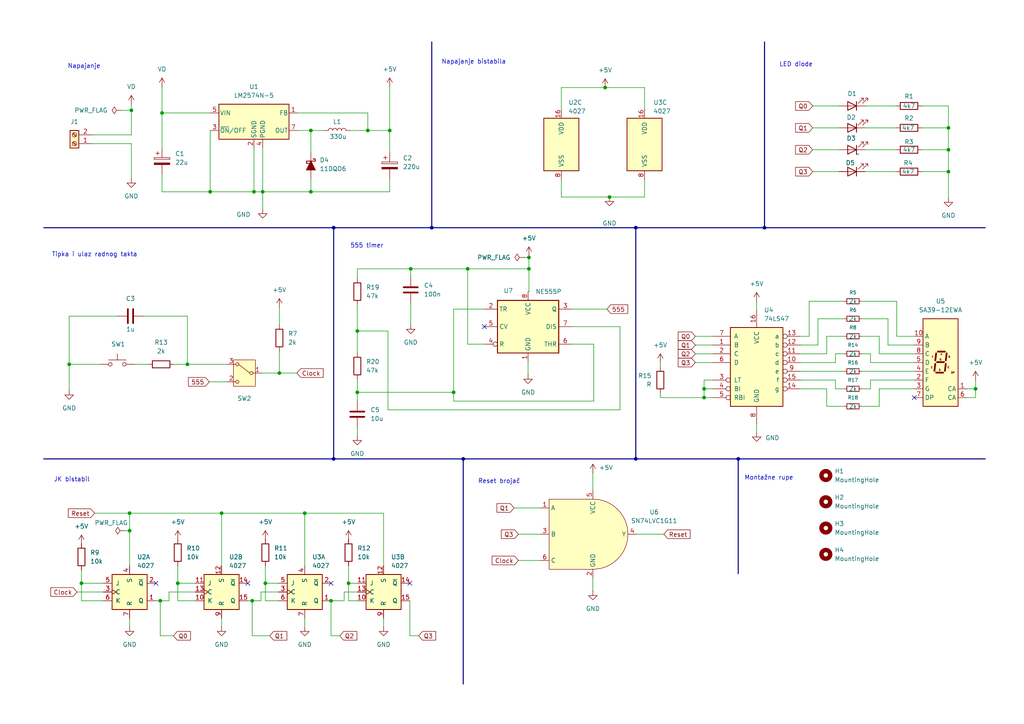
<source format=kicad_sch>
(kicad_sch (version 20250114) (generator "eeschema") (generator_version "9.0")
  (paper "A4")
  (text "JK bistabil" (at 20.828 139.192 0) (effects (font (size 1.27 1.27))))
  (text "Reset brojač" (at 144.78 139.7 0) (effects (font (size 1.27 1.27))))
  (text "Montažne rupe" (at 223.012 138.684 0) (effects (font (size 1.27 1.27))))
  (text "Tipka i ulaz radnog takta\n" (at 27.432 73.914 0) (effects (font (size 1.27 1.27))))
  (text "Napajanje bistabila\n" (at 137.414 18.034 0) (effects (font (size 1.27 1.27))))
  (text "555 timer" (at 106.426 71.374 0) (effects (font (size 1.27 1.27))))
  (text "LED diode" (at 230.886 18.796 0) (effects (font (size 1.27 1.27))))
  (text "Napajanje" (at 24.384 19.304 0) (effects (font (size 1.27 1.27))))
  (junction (at 103.632 96.012))
  (junction (at 38.1 32.004))
  (junction (at 119.126 77.978))
  (junction (at 37.592 148.844))
  (junction (at 73.152 174.244))
  (junction (at 96.774 133.096))
  (junction (at 101.092 169.164))
  (junction (at 153.416 74.676))
  (junction (at 37.592 153.924))
  (junction (at 54.356 105.664))
  (junction (at 275.082 49.784))
  (junction (at 275.082 43.434))
  (junction (at 131.572 113.792))
  (junction (at 282.956 112.776))
  (junction (at 46.99 32.766))
  (junction (at 184.404 133.096))
  (junction (at 76.2 55.626))
  (junction (at 153.416 77.978))
  (junction (at 113.03 37.846))
  (junction (at 23.622 169.164))
  (junction (at 184.404 66.04))
  (junction (at 275.082 37.084))
  (junction (at 76.962 169.164))
  (junction (at 81.026 108.204))
  (junction (at 88.392 148.844))
  (junction (at 60.96 55.626))
  (junction (at 96.012 174.244))
  (junction (at 96.774 66.04))
  (junction (at 125.222 66.04))
  (junction (at 176.784 57.15))
  (junction (at 64.262 148.844))
  (junction (at 214.122 133.096))
  (junction (at 204.216 115.316))
  (junction (at 221.742 66.04))
  (junction (at 73.66 55.626))
  (junction (at 106.68 37.846))
  (junction (at 46.482 174.244))
  (junction (at 90.17 37.846))
  (junction (at 134.366 133.096))
  (junction (at 51.562 169.164))
  (junction (at 135.636 77.978))
  (junction (at 204.216 112.776))
  (junction (at 175.514 25.4))
  (junction (at 90.17 55.626))
  (junction (at 103.632 113.792))
  (junction (at 20.066 105.664))
  (no_connect (at 71.882 169.164))
  (no_connect (at 265.176 115.316))
  (no_connect (at 45.212 169.164))
  (no_connect (at 140.462 94.742))
  (no_connect (at 96.012 169.164))
  (no_connect (at 118.872 169.164))
  (wire (pts (xy 149.098 147.32) (xy 156.718 147.32)))
  (wire (pts (xy 46.99 32.766) (xy 60.96 32.766)))
  (wire (pts (xy 186.944 31.75) (xy 186.944 25.4)))
  (wire (pts (xy 27.432 148.844) (xy 37.592 148.844)))
  (bus (pts (xy 184.404 66.04) (xy 221.742 66.04)))
  (wire (pts (xy 201.676 102.616) (xy 206.756 102.616)))
  (wire (pts (xy 46.99 50.546) (xy 46.99 55.626)))
  (wire (pts (xy 71.882 174.244) (xy 73.152 174.244)))
  (wire (pts (xy 235.712 49.784) (xy 243.332 49.784)))
  (wire (pts (xy 172.212 116.332) (xy 131.572 116.332)))
  (wire (pts (xy 252.476 112.776) (xy 252.476 110.236)))
  (wire (pts (xy 235.712 30.734) (xy 243.332 30.734)))
  (bus (pts (xy 125.222 66.04) (xy 184.404 66.04)))
  (wire (pts (xy 23.622 169.164) (xy 29.972 169.164)))
  (wire (pts (xy 113.03 55.626) (xy 90.17 55.626)))
  (wire (pts (xy 64.262 148.844) (xy 88.392 148.844)))
  (wire (pts (xy 235.712 37.084) (xy 243.332 37.084)))
  (wire (pts (xy 235.712 43.434) (xy 243.332 43.434)))
  (wire (pts (xy 153.416 74.168) (xy 153.416 74.676)))
  (wire (pts (xy 73.66 42.926) (xy 73.66 55.626)))
  (wire (pts (xy 54.356 91.694) (xy 54.356 105.664)))
  (wire (pts (xy 232.156 112.776) (xy 239.776 112.776)))
  (wire (pts (xy 267.462 30.734) (xy 275.082 30.734)))
  (wire (pts (xy 76.962 174.244) (xy 76.962 169.164)))
  (wire (pts (xy 131.572 113.792) (xy 103.632 113.792)))
  (wire (pts (xy 119.126 77.978) (xy 135.636 77.978)))
  (wire (pts (xy 204.216 112.776) (xy 206.756 112.776)))
  (wire (pts (xy 204.216 110.236) (xy 204.216 112.776)))
  (wire (pts (xy 103.632 88.392) (xy 103.632 96.012)))
  (wire (pts (xy 250.952 43.434) (xy 259.842 43.434)))
  (wire (pts (xy 106.68 37.846) (xy 113.03 37.846)))
  (wire (pts (xy 103.632 109.982) (xy 103.632 113.792)))
  (wire (pts (xy 191.516 105.156) (xy 191.516 106.426)))
  (bus (pts (xy 214.122 133.096) (xy 285.75 133.096)))
  (wire (pts (xy 76.962 169.164) (xy 76.962 164.084)))
  (wire (pts (xy 249.936 87.376) (xy 260.096 87.376)))
  (wire (pts (xy 64.262 148.844) (xy 64.262 164.084)))
  (wire (pts (xy 206.756 110.236) (xy 204.216 110.236)))
  (wire (pts (xy 51.562 169.164) (xy 56.642 169.164)))
  (wire (pts (xy 255.016 97.536) (xy 255.016 102.616)))
  (wire (pts (xy 96.012 184.404) (xy 98.552 184.404)))
  (wire (pts (xy 242.316 110.236) (xy 242.316 112.776)))
  (wire (pts (xy 76.962 169.164) (xy 80.772 169.164)))
  (bus (pts (xy 12.7 66.04) (xy 96.774 66.04)))
  (wire (pts (xy 111.252 148.844) (xy 111.252 164.084)))
  (wire (pts (xy 75.946 108.204) (xy 81.026 108.204)))
  (wire (pts (xy 37.592 179.324) (xy 37.592 181.864)))
  (wire (pts (xy 23.622 165.354) (xy 23.622 169.164)))
  (wire (pts (xy 267.462 37.084) (xy 275.082 37.084)))
  (bus (pts (xy 134.366 133.096) (xy 184.404 133.096)))
  (wire (pts (xy 249.936 102.616) (xy 252.476 102.616)))
  (wire (pts (xy 60.96 37.846) (xy 60.96 55.626)))
  (wire (pts (xy 46.482 184.404) (xy 50.292 184.404)))
  (wire (pts (xy 153.162 104.902) (xy 153.162 108.712)))
  (wire (pts (xy 162.814 31.75) (xy 162.814 25.4)))
  (wire (pts (xy 282.956 112.776) (xy 282.956 115.316)))
  (wire (pts (xy 275.082 43.434) (xy 275.082 49.784)))
  (wire (pts (xy 46.482 174.244) (xy 46.482 184.404)))
  (bus (pts (xy 12.7 133.096) (xy 96.774 133.096)))
  (wire (pts (xy 119.126 87.884) (xy 119.126 94.234)))
  (wire (pts (xy 184.658 154.94) (xy 192.532 154.94)))
  (wire (pts (xy 38.1 32.004) (xy 38.1 39.116)))
  (wire (pts (xy 252.476 105.156) (xy 265.176 105.156)))
  (wire (pts (xy 135.636 77.978) (xy 153.416 77.978)))
  (wire (pts (xy 275.082 30.734) (xy 275.082 37.084)))
  (wire (pts (xy 46.99 42.926) (xy 46.99 32.766)))
  (wire (pts (xy 101.092 164.084) (xy 101.092 169.164)))
  (wire (pts (xy 172.212 99.822) (xy 172.212 116.332)))
  (bus (pts (xy 96.774 133.096) (xy 134.366 133.096)))
  (wire (pts (xy 204.216 112.776) (xy 204.216 115.316)))
  (wire (pts (xy 151.892 74.676) (xy 153.416 74.676)))
  (wire (pts (xy 46.99 55.626) (xy 60.96 55.626)))
  (wire (pts (xy 150.368 162.56) (xy 156.718 162.56)))
  (wire (pts (xy 81.026 101.854) (xy 81.026 108.204)))
  (wire (pts (xy 249.936 112.776) (xy 252.476 112.776)))
  (wire (pts (xy 90.17 37.846) (xy 90.17 44.196)))
  (wire (pts (xy 239.776 102.616) (xy 239.776 97.536)))
  (wire (pts (xy 249.936 97.536) (xy 255.016 97.536)))
  (wire (pts (xy 51.562 169.164) (xy 51.562 174.244)))
  (wire (pts (xy 234.696 87.376) (xy 244.856 87.376)))
  (wire (pts (xy 60.706 110.744) (xy 65.786 110.744)))
  (wire (pts (xy 252.476 110.236) (xy 265.176 110.236)))
  (wire (pts (xy 191.516 114.046) (xy 191.516 115.316)))
  (wire (pts (xy 88.392 179.324) (xy 88.392 181.864)))
  (wire (pts (xy 51.562 174.244) (xy 56.642 174.244)))
  (bus (pts (xy 125.222 12.192) (xy 125.222 66.04)))
  (wire (pts (xy 101.092 169.164) (xy 101.092 174.244)))
  (wire (pts (xy 101.6 37.846) (xy 106.68 37.846)))
  (wire (pts (xy 162.814 57.15) (xy 176.784 57.15)))
  (wire (pts (xy 239.776 112.776) (xy 239.776 117.856)))
  (wire (pts (xy 260.096 97.536) (xy 265.176 97.536)))
  (wire (pts (xy 51.562 164.084) (xy 51.562 169.164)))
  (wire (pts (xy 153.416 74.676) (xy 153.416 77.978)))
  (wire (pts (xy 101.092 169.164) (xy 103.632 169.164)))
  (wire (pts (xy 81.026 108.204) (xy 86.106 108.204)))
  (wire (pts (xy 75.692 171.704) (xy 80.772 171.704)))
  (wire (pts (xy 242.316 112.776) (xy 244.856 112.776)))
  (wire (pts (xy 118.872 184.404) (xy 121.412 184.404)))
  (wire (pts (xy 237.236 92.456) (xy 244.856 92.456)))
  (wire (pts (xy 80.772 174.244) (xy 76.962 174.244)))
  (wire (pts (xy 232.156 110.236) (xy 242.316 110.236)))
  (wire (pts (xy 73.152 174.244) (xy 75.692 174.244)))
  (bus (pts (xy 184.404 133.096) (xy 214.122 133.096)))
  (wire (pts (xy 103.632 80.772) (xy 103.632 77.978)))
  (wire (pts (xy 239.776 117.856) (xy 244.856 117.856)))
  (wire (pts (xy 140.462 99.822) (xy 135.636 99.822)))
  (wire (pts (xy 242.316 105.156) (xy 242.316 102.616)))
  (wire (pts (xy 76.2 55.626) (xy 90.17 55.626)))
  (wire (pts (xy 219.456 122.936) (xy 219.456 125.476)))
  (wire (pts (xy 20.066 91.694) (xy 20.066 105.664)))
  (wire (pts (xy 186.944 52.07) (xy 186.944 57.15)))
  (wire (pts (xy 103.632 123.952) (xy 103.632 126.492)))
  (wire (pts (xy 76.2 55.626) (xy 73.66 55.626)))
  (wire (pts (xy 232.156 97.536) (xy 234.696 97.536)))
  (wire (pts (xy 232.156 107.696) (xy 244.856 107.696)))
  (wire (pts (xy 75.692 174.244) (xy 75.692 171.704)))
  (wire (pts (xy 99.822 174.244) (xy 99.822 171.704)))
  (wire (pts (xy 255.016 102.616) (xy 265.176 102.616)))
  (wire (pts (xy 37.592 148.844) (xy 37.592 153.924)))
  (wire (pts (xy 103.632 77.978) (xy 119.126 77.978)))
  (wire (pts (xy 23.622 169.164) (xy 23.622 174.244)))
  (wire (pts (xy 112.522 118.872) (xy 179.832 118.872)))
  (wire (pts (xy 275.082 37.084) (xy 275.082 43.434)))
  (wire (pts (xy 111.252 179.324) (xy 111.252 181.864)))
  (wire (pts (xy 64.262 179.324) (xy 64.262 181.864)))
  (wire (pts (xy 103.632 174.244) (xy 101.092 174.244)))
  (wire (pts (xy 171.958 167.64) (xy 171.958 171.45)))
  (wire (pts (xy 20.066 113.284) (xy 20.066 105.664)))
  (wire (pts (xy 201.676 100.076) (xy 206.756 100.076)))
  (wire (pts (xy 252.476 102.616) (xy 252.476 105.156)))
  (wire (pts (xy 249.936 117.856) (xy 255.016 117.856)))
  (wire (pts (xy 86.36 37.846) (xy 90.17 37.846)))
  (wire (pts (xy 46.99 25.146) (xy 46.99 32.766)))
  (bus (pts (xy 221.742 66.04) (xy 285.75 66.04)))
  (wire (pts (xy 204.216 115.316) (xy 206.756 115.316)))
  (wire (pts (xy 234.696 97.536) (xy 234.696 87.376)))
  (wire (pts (xy 162.814 52.07) (xy 162.814 57.15)))
  (wire (pts (xy 165.862 89.662) (xy 176.022 89.662)))
  (wire (pts (xy 90.17 51.816) (xy 90.17 55.626)))
  (wire (pts (xy 22.352 171.704) (xy 29.972 171.704)))
  (wire (pts (xy 112.522 96.012) (xy 112.522 118.872)))
  (wire (pts (xy 267.462 43.434) (xy 275.082 43.434)))
  (wire (pts (xy 38.1 41.656) (xy 38.1 51.816)))
  (wire (pts (xy 131.572 116.332) (xy 131.572 113.792)))
  (wire (pts (xy 86.36 32.766) (xy 106.68 32.766)))
  (wire (pts (xy 38.1 39.116) (xy 26.67 39.116)))
  (wire (pts (xy 250.952 30.734) (xy 259.842 30.734)))
  (wire (pts (xy 49.022 174.244) (xy 49.022 171.704)))
  (wire (pts (xy 103.632 96.012) (xy 112.522 96.012)))
  (wire (pts (xy 37.592 153.924) (xy 37.592 164.084)))
  (wire (pts (xy 34.036 91.694) (xy 20.066 91.694)))
  (wire (pts (xy 282.956 110.236) (xy 282.956 112.776)))
  (wire (pts (xy 76.2 55.626) (xy 76.2 60.706)))
  (wire (pts (xy 260.096 87.376) (xy 260.096 97.536)))
  (wire (pts (xy 162.814 25.4) (xy 175.514 25.4)))
  (wire (pts (xy 255.016 112.776) (xy 265.176 112.776)))
  (wire (pts (xy 249.936 92.456) (xy 257.556 92.456)))
  (bus (pts (xy 96.774 66.04) (xy 96.774 133.096)))
  (wire (pts (xy 275.082 49.784) (xy 275.082 57.404)))
  (wire (pts (xy 119.126 77.978) (xy 119.126 80.264)))
  (wire (pts (xy 150.368 154.94) (xy 156.718 154.94)))
  (wire (pts (xy 78.232 184.404) (xy 73.152 184.404)))
  (bus (pts (xy 214.122 133.096) (xy 214.122 166.37)))
  (wire (pts (xy 239.776 97.536) (xy 244.856 97.536)))
  (wire (pts (xy 280.416 115.316) (xy 282.956 115.316)))
  (wire (pts (xy 165.862 94.742) (xy 179.832 94.742)))
  (wire (pts (xy 135.636 77.978) (xy 135.636 99.822)))
  (wire (pts (xy 90.17 37.846) (xy 93.98 37.846)))
  (wire (pts (xy 96.012 174.244) (xy 99.822 174.244)))
  (wire (pts (xy 20.066 105.664) (xy 28.956 105.664)))
  (wire (pts (xy 103.632 113.792) (xy 103.632 116.332)))
  (wire (pts (xy 113.03 37.846) (xy 113.03 25.146)))
  (wire (pts (xy 249.936 107.696) (xy 265.176 107.696)))
  (wire (pts (xy 179.832 118.872) (xy 179.832 94.742)))
  (wire (pts (xy 250.952 49.784) (xy 259.842 49.784)))
  (wire (pts (xy 35.052 32.004) (xy 38.1 32.004)))
  (wire (pts (xy 242.316 102.616) (xy 244.856 102.616)))
  (wire (pts (xy 257.556 100.076) (xy 265.176 100.076)))
  (wire (pts (xy 186.944 57.15) (xy 176.784 57.15)))
  (wire (pts (xy 201.676 105.156) (xy 206.756 105.156)))
  (wire (pts (xy 29.972 174.244) (xy 23.622 174.244)))
  (bus (pts (xy 221.742 12.192) (xy 221.742 66.04)))
  (wire (pts (xy 45.212 174.244) (xy 46.482 174.244)))
  (wire (pts (xy 171.958 137.16) (xy 171.958 142.24)))
  (wire (pts (xy 219.456 87.376) (xy 219.456 89.916)))
  (wire (pts (xy 88.392 148.844) (xy 88.392 164.084)))
  (wire (pts (xy 38.1 30.226) (xy 38.1 32.004)))
  (wire (pts (xy 131.572 89.662) (xy 131.572 113.792)))
  (wire (pts (xy 96.012 174.244) (xy 96.012 184.404)))
  (wire (pts (xy 232.156 105.156) (xy 242.316 105.156)))
  (wire (pts (xy 140.462 89.662) (xy 131.572 89.662)))
  (wire (pts (xy 186.944 25.4) (xy 175.514 25.4)))
  (wire (pts (xy 73.152 184.404) (xy 73.152 174.244)))
  (wire (pts (xy 165.862 99.822) (xy 172.212 99.822)))
  (wire (pts (xy 237.236 100.076) (xy 237.236 92.456)))
  (bus (pts (xy 184.404 66.04) (xy 184.404 133.096)))
  (wire (pts (xy 153.416 77.978) (xy 153.416 84.582)))
  (wire (pts (xy 201.676 97.536) (xy 206.756 97.536)))
  (bus (pts (xy 96.774 66.04) (xy 125.222 66.04)))
  (wire (pts (xy 232.156 100.076) (xy 237.236 100.076)))
  (wire (pts (xy 99.822 171.704) (xy 103.632 171.704)))
  (wire (pts (xy 76.2 42.926) (xy 76.2 55.626)))
  (wire (pts (xy 103.632 96.012) (xy 103.632 102.362)))
  (wire (pts (xy 191.516 115.316) (xy 204.216 115.316)))
  (wire (pts (xy 26.67 41.656) (xy 38.1 41.656)))
  (wire (pts (xy 113.03 51.816) (xy 113.03 55.626)))
  (wire (pts (xy 255.016 117.856) (xy 255.016 112.776)))
  (wire (pts (xy 232.156 102.616) (xy 239.776 102.616)))
  (wire (pts (xy 88.392 148.844) (xy 111.252 148.844)))
  (wire (pts (xy 250.952 37.084) (xy 259.842 37.084)))
  (wire (pts (xy 153.416 84.582) (xy 153.162 84.582)))
  (wire (pts (xy 267.462 49.784) (xy 275.082 49.784)))
  (wire (pts (xy 54.356 105.664) (xy 65.786 105.664)))
  (wire (pts (xy 81.026 89.154) (xy 81.026 94.234)))
  (wire (pts (xy 46.482 174.244) (xy 49.022 174.244)))
  (wire (pts (xy 41.656 91.694) (xy 54.356 91.694)))
  (wire (pts (xy 37.592 148.844) (xy 64.262 148.844)))
  (wire (pts (xy 257.556 92.456) (xy 257.556 100.076)))
  (wire (pts (xy 106.68 32.766) (xy 106.68 37.846)))
  (wire (pts (xy 73.66 55.626) (xy 60.96 55.626)))
  (wire (pts (xy 36.068 153.924) (xy 37.592 153.924)))
  (wire (pts (xy 118.872 174.244) (xy 118.872 184.404)))
  (wire (pts (xy 39.116 105.664) (xy 42.926 105.664)))
  (wire (pts (xy 280.416 112.776) (xy 282.956 112.776)))
  (bus (pts (xy 134.366 133.096) (xy 134.366 198.374)))
  (wire (pts (xy 113.03 44.196) (xy 113.03 37.846)))
  (wire (pts (xy 50.546 105.664) (xy 54.356 105.664)))
  (wire (pts (xy 49.022 171.704) (xy 56.642 171.704)))
  (global_label "555" (shape input) (at 176.022 89.662 0) (property "Intersheetrefs" "${INTERSHEET_REFS}" (effects (hide yes))))
  (global_label "Q1" (shape input) (at 201.676 100.076 180) (property "Intersheetrefs" "${INTERSHEET_REFS}" (effects (hide yes))))
  (global_label "Q0" (shape input) (at 201.676 97.536 180) (property "Intersheetrefs" "${INTERSHEET_REFS}" (effects (hide yes))))
  (global_label "Q1" (shape input) (at 78.232 184.404 0) (property "Intersheetrefs" "${INTERSHEET_REFS}" (effects (hide yes))))
  (global_label "Q1" (shape input) (at 235.712 37.084 180) (property "Intersheetrefs" "${INTERSHEET_REFS}" (effects (hide yes))))
  (global_label "Reset" (shape input) (at 27.432 148.844 180) (property "Intersheetrefs" "${INTERSHEET_REFS}" (effects (hide yes))))
  (global_label "Clock" (shape input) (at 22.352 171.704 180) (property "Intersheetrefs" "${INTERSHEET_REFS}" (effects (hide yes))))
  (global_label "Clock" (shape input) (at 86.106 108.204 0) (property "Intersheetrefs" "${INTERSHEET_REFS}" (effects (hide yes))))
  (global_label "Q0" (shape input) (at 50.292 184.404 0) (property "Intersheetrefs" "${INTERSHEET_REFS}" (effects (hide yes))))
  (global_label "Q3" (shape input) (at 121.412 184.404 0) (property "Intersheetrefs" "${INTERSHEET_REFS}" (effects (hide yes))))
  (global_label "Reset" (shape input) (at 192.532 154.94 0) (property "Intersheetrefs" "${INTERSHEET_REFS}" (effects (hide yes))))
  (global_label "Q3" (shape input) (at 201.676 105.156 180) (property "Intersheetrefs" "${INTERSHEET_REFS}" (effects (hide yes))))
  (global_label "555" (shape input) (at 60.706 110.744 180) (property "Intersheetrefs" "${INTERSHEET_REFS}" (effects (hide yes))))
  (global_label "Q2" (shape input) (at 98.552 184.404 0) (property "Intersheetrefs" "${INTERSHEET_REFS}" (effects (hide yes))))
  (global_label "Clock" (shape input) (at 150.368 162.56 180) (property "Intersheetrefs" "${INTERSHEET_REFS}" (effects (hide yes))))
  (global_label "Q2" (shape input) (at 235.712 43.434 180) (property "Intersheetrefs" "${INTERSHEET_REFS}" (effects (hide yes))))
  (global_label "Q2" (shape input) (at 201.676 102.616 180) (property "Intersheetrefs" "${INTERSHEET_REFS}" (effects (hide yes))))
  (global_label "Q1" (shape input) (at 149.098 147.32 180) (property "Intersheetrefs" "${INTERSHEET_REFS}" (effects (hide yes))))
  (global_label "Q3" (shape input) (at 150.368 154.94 180) (property "Intersheetrefs" "${INTERSHEET_REFS}" (effects (hide yes))))
  (global_label "Q0" (shape input) (at 235.712 30.734 180) (property "Intersheetrefs" "${INTERSHEET_REFS}" (effects (hide yes))))
  (global_label "Q3" (shape input) (at 235.712 49.784 180) (property "Intersheetrefs" "${INTERSHEET_REFS}" (effects (hide yes))))
  (symbol (lib_id "power:GND") (at 76.2 60.706 0) (unit 1)
    (property "Reference" "#PWR09" (effects (hide yes)))
    (property "Value" "GND" (at 70.612 62.23 0))
    (property "Description" "Power symbol creates a global label with name \"GND\" , ground" (effects (hide yes)))
  )
  (symbol (lib_id "Device:R_Small") (at 247.396 87.376 90) (unit 1)
    (property "Reference" "R5" (at 247.396 84.836 90) (effects (font (size 1.016 1.016))))
    (property "Value" "2k" (at 247.396 87.376 90))
    (property "Footprint" "Resistor_SMD:R_1206_3216Metric_Pad1.30x1.75mm_HandSolder" (effects (hide yes)))
    (property "Description" "Resistor, small symbol" (effects (hide yes)))
  )
  (symbol (lib_id "Mechanical:MountingHole") (at 239.522 145.542 0) (unit 1) (in_bom no)
    (property "Reference" "H2" (at 242.062 144.2719 0) (effects (justify left)))
    (property "Value" "MountingHole" (at 242.062 146.8119 0) (effects (justify left)))
    (property "Footprint" "MountingHole:MountingHole_5.5mm" (effects (hide yes)))
    (property "Description" "Mounting Hole without connection" (effects (hide yes)))
  )
  (symbol (lib_name "4027_4") (lib_id "4xxx:4027") (at 88.392 171.704 0) (unit 1)
    (property "Reference" "U3" (at 90.5353 161.544 0) (effects (justify left)))
    (property "Value" "4027" (at 90.5353 164.084 0) (effects (justify left)))
    (property "Footprint" "Package_DIP:DIP-16_W7.62mm_Socket_LongPads" (effects (hide yes)))
    (property "Datasheet" "http://www.intersil.com/content/dam/Intersil/documents/cd40/cd4027bms.pdf" (effects (hide yes)))
    (property "Description" "Dual JK FlipFlop, set & reset" (effects (hide yes)))
    (property "Manufacturer" "RENESAS" (effects (hide yes)))
    (property "Manufacturer Part Number" "CD4027BMS" (effects (hide yes)))
  )
  (symbol (lib_id "power:GND") (at 153.162 108.712 0) (unit 1)
    (property "Reference" "#PWR01" (effects (hide yes)))
    (property "Value" "GND" (at 153.162 113.792 0))
    (property "Description" "Power symbol creates a global label with name \"GND\" , ground" (effects (hide yes)))
  )
  (symbol (lib_id "power:GND") (at 88.392 181.864 0) (unit 1)
    (property "Reference" "#PWR023" (effects (hide yes)))
    (property "Value" "GND" (at 88.392 186.944 0))
    (property "Description" "Power symbol creates a global label with name \"GND\" , ground" (effects (hide yes)))
  )
  (symbol (lib_id "power:GND") (at 111.252 181.864 0) (unit 1)
    (property "Reference" "#PWR024" (effects (hide yes)))
    (property "Value" "GND" (at 111.252 186.944 0))
    (property "Description" "Power symbol creates a global label with name \"GND\" , ground" (effects (hide yes)))
  )
  (symbol (lib_id "power:+5V") (at 282.956 110.236 0) (unit 1)
    (property "Reference" "#PWR028" (effects (hide yes)))
    (property "Value" "+5V" (at 282.956 105.156 0))
    (property "Description" "Power symbol creates a global label with name \"+5V\"" (effects (hide yes)))
  )
  (symbol (lib_id "power:+5V") (at 101.092 156.464 0) (unit 1)
    (property "Reference" "#PWR020" (effects (hide yes)))
    (property "Value" "+5V" (at 101.092 151.384 0))
    (property "Description" "Power symbol creates a global label with name \"+5V\"" (effects (hide yes)))
  )
  (symbol (lib_id "Device:R_Small") (at 247.396 112.776 90) (unit 1)
    (property "Reference" "R17" (at 247.396 110.236 90) (effects (font (size 1.016 1.016))))
    (property "Value" "2k" (at 247.396 112.776 90))
    (property "Footprint" "Resistor_SMD:R_1206_3216Metric_Pad1.30x1.75mm_HandSolder" (effects (hide yes)))
    (property "Description" "Resistor, small symbol" (effects (hide yes)))
  )
  (symbol (lib_id "power:GND") (at 64.262 181.864 0) (unit 1)
    (property "Reference" "#PWR022" (effects (hide yes)))
    (property "Value" "GND" (at 64.262 186.944 0))
    (property "Description" "Power symbol creates a global label with name \"GND\" , ground" (effects (hide yes)))
  )
  (symbol (lib_name "4027_3") (lib_id "4xxx:4027") (at 162.814 41.91 0) (unit 3)
    (property "Reference" "U2" (at 164.846 29.718 0) (effects (justify left)))
    (property "Value" "4027" (at 164.846 32.258 0) (effects (justify left)))
    (property "Footprint" "Package_DIP:DIP-16_W7.62mm_Socket_LongPads" (effects (hide yes)))
    (property "Datasheet" "http://www.intersil.com/content/dam/Intersil/documents/cd40/cd4027bms.pdf" (effects (hide yes)))
    (property "Description" "Dual JK FlipFlop, set & reset" (effects (hide yes)))
    (property "Manufacturer" "RENESAS" (effects (hide yes)))
    (property "Manufacturer Part Number" "CD4027BMS" (effects (hide yes)))
  )
  (symbol (lib_id "Device:R") (at 263.652 37.084 90) (unit 1)
    (property "Reference" "R2" (at 263.652 34.29 90))
    (property "Value" "4k7" (at 263.398 37.084 90))
    (property "Footprint" "Resistor_THT:R_Axial_DIN0207_L6.3mm_D2.5mm_P10.16mm_Horizontal" (effects (hide yes)))
    (property "Description" "Resistor" (effects (hide yes)))
  )
  (symbol (lib_id "Device:R") (at 103.632 106.172 0) (unit 1)
    (property "Reference" "R20" (at 106.172 104.9019 0) (effects (justify left)))
    (property "Value" "47k" (at 106.172 107.4419 0) (effects (justify left)))
    (property "Footprint" "Resistor_SMD:R_1206_3216Metric_Pad1.30x1.75mm_HandSolder" (effects (hide yes)))
    (property "Description" "Resistor" (effects (hide yes)))
  )
  (symbol (lib_name "4027_1") (lib_id "4xxx:4027") (at 37.592 171.704 0) (unit 1)
    (property "Reference" "U2" (at 39.7353 161.544 0) (effects (justify left)))
    (property "Value" "4027" (at 39.7353 164.084 0) (effects (justify left)))
    (property "Footprint" "Package_DIP:DIP-16_W7.62mm_Socket_LongPads" (effects (hide yes)))
    (property "Datasheet" "http://www.intersil.com/content/dam/Intersil/documents/cd40/cd4027bms.pdf" (effects (hide yes)))
    (property "Description" "Dual JK FlipFlop, set & reset" (effects (hide yes)))
    (property "Manufacturer" "RENESAS" (effects (hide yes)))
    (property "Manufacturer Part Number" "CD4027BMS" (effects (hide yes)))
  )
  (symbol (lib_id "Device:LED") (at 247.142 43.434 180) (unit 1)
    (property "Reference" "D3" (at 246.888 40.132 0))
    (property "Footprint" "LED_THT:LED_D5.0mm" (effects (hide yes)))
    (property "Description" "Light emitting diode" (effects (hide yes)))
    (property "Sim.Pins" "1=K 2=A" (effects (hide yes)))
  )
  (symbol (lib_id "Display_Character:SA39-12EWA") (at 272.796 105.156 0) (unit 1)
    (property "Reference" "U5" (at 272.796 87.376 0))
    (property "Value" "SA39-12EWA" (at 272.796 89.916 0))
    (property "Footprint" "Display_7Segment:HDSP-7401" (effects (hide yes)))
    (property "Datasheet" "http://www.kingbrightusa.com/images/catalog/SPEC/sa39-12ewa.pdf" (effects (hide yes)))
    (property "Description" "Single digit 7 segment display, high efficiency red, common anode" (effects (hide yes)))
  )
  (symbol (lib_id "4xxx:4027") (at 186.944 41.91 0) (unit 3)
    (property "Reference" "U3" (at 189.484 29.718 0) (effects (justify left)))
    (property "Value" "4027" (at 189.484 32.258 0) (effects (justify left)))
    (property "Footprint" "Package_DIP:DIP-16_W7.62mm_Socket_LongPads" (effects (hide yes)))
    (property "Datasheet" "http://www.intersil.com/content/dam/Intersil/documents/cd40/cd4027bms.pdf" (effects (hide yes)))
    (property "Description" "Dual JK FlipFlop, set & reset" (effects (hide yes)))
    (property "Manufacturer" "RENESAS" (effects (hide yes)))
    (property "Manufacturer Part Number" "CD4027BMS" (effects (hide yes)))
  )
  (symbol (lib_id "Device:R") (at 263.652 43.434 90) (unit 1)
    (property "Reference" "R3" (at 263.652 41.148 90))
    (property "Value" "4k7" (at 263.652 43.434 90))
    (property "Footprint" "Resistor_THT:R_Axial_DIN0207_L6.3mm_D2.5mm_P10.16mm_Horizontal" (effects (hide yes)))
    (property "Description" "Resistor" (effects (hide yes)))
  )
  (symbol (lib_id "power:+5V") (at 113.03 25.146 0) (unit 1)
    (property "Reference" "#PWR011" (effects (hide yes)))
    (property "Value" "+5V" (at 113.03 20.066 0))
    (property "Description" "Power symbol creates a global label with name \"+5V\"" (effects (hide yes)))
  )
  (symbol (lib_id "power:+5V") (at 23.622 157.734 0) (unit 1)
    (property "Reference" "#PWR017" (effects (hide yes)))
    (property "Value" "+5V" (at 23.622 152.654 0))
    (property "Description" "Power symbol creates a global label with name \"+5V\"" (effects (hide yes)))
  )
  (symbol (lib_id "Device:C") (at 103.632 120.142 0) (unit 1)
    (property "Reference" "C5" (at 107.442 118.8719 0) (effects (justify left)))
    (property "Value" "10u" (at 107.442 121.4119 0) (effects (justify left)))
    (property "Footprint" "Capacitor_SMD:C_1206_3216Metric_Pad1.33x1.80mm_HandSolder" (effects (hide yes)))
    (property "Description" "Unpolarized capacitor" (effects (hide yes)))
  )
  (symbol (lib_id "power:GND") (at 176.784 57.15 0) (unit 1)
    (property "Reference" "#PWR016" (effects (hide yes)))
    (property "Value" "GND" (at 176.784 64.77 0))
    (property "Description" "Power symbol creates a global label with name \"GND\" , ground" (effects (hide yes)))
  )
  (symbol (lib_id "Device:R") (at 23.622 161.544 0) (unit 1)
    (property "Reference" "R9" (at 26.162 160.2739 0) (effects (justify left)))
    (property "Value" "10k" (at 26.162 162.8139 0) (effects (justify left)))
    (property "Footprint" "Resistor_SMD:R_1206_3216Metric_Pad1.30x1.75mm_HandSolder" (effects (hide yes)))
    (property "Description" "Resistor" (effects (hide yes)))
  )
  (symbol (lib_id "power:PWR_FLAG") (at 35.052 32.004 90) (unit 1)
    (property "Reference" "#FLG01" (effects (hide yes)))
    (property "Value" "PWR_FLAG" (at 31.242 32.0039 90) (effects (justify left)))
    (property "Description" "Special symbol for telling ERC where power comes from" (effects (hide yes)))
  )
  (symbol (lib_id "power:GND") (at 219.456 125.476 0) (unit 1)
    (property "Reference" "#PWR027" (effects (hide yes)))
    (property "Value" "GND" (at 224.028 127 0))
    (property "Description" "Power symbol creates a global label with name \"GND\" , ground" (effects (hide yes)))
  )
  (symbol (lib_id "Device:R_Small") (at 247.396 92.456 90) (unit 1)
    (property "Reference" "R6" (at 247.396 89.916 90) (effects (font (size 1.016 1.016))))
    (property "Value" "2k" (at 247.396 92.456 90))
    (property "Footprint" "Resistor_SMD:R_1206_3216Metric_Pad1.30x1.75mm_HandSolder" (effects (hide yes)))
    (property "Description" "Resistor, small symbol" (effects (hide yes)))
  )
  (symbol (lib_id "power:PWR_FLAG") (at 151.892 74.676 90) (unit 1)
    (property "Reference" "#FLG02" (effects (hide yes)))
    (property "Value" "PWR_FLAG" (at 148.082 74.6759 90) (effects (justify left)))
    (property "Description" "Special symbol for telling ERC where power comes from" (effects (hide yes)))
  )
  (symbol (lib_id "Device:C") (at 37.846 91.694 90) (unit 1)
    (property "Reference" "C3" (at 37.846 86.614 90))
    (property "Value" "1u" (at 37.846 95.504 90))
    (property "Footprint" "Capacitor_SMD:C_1206_3216Metric_Pad1.33x1.80mm_HandSolder" (effects (hide yes)))
    (property "Description" "Unpolarized capacitor" (effects (hide yes)))
  )
  (symbol (lib_id "Device:R") (at 46.736 105.664 90) (unit 1)
    (property "Reference" "R13" (at 46.736 99.314 90))
    (property "Value" "2k" (at 46.736 101.854 90))
    (property "Footprint" "Resistor_SMD:R_1206_3216Metric_Pad1.30x1.75mm_HandSolder" (effects (hide yes)))
    (property "Description" "Resistor" (effects (hide yes)))
  )
  (symbol (lib_id "Timer:NE555P") (at 153.162 94.742 0) (unit 1)
    (property "Reference" "U7" (at 146.05 84.328 0) (effects (justify left)))
    (property "Value" "NE555P" (at 155.3053 84.582 0) (effects (justify left)))
    (property "Footprint" "Package_DIP:DIP-8_W7.62mm" (effects (hide yes)))
    (property "Datasheet" "http://www.ti.com/lit/ds/symlink/ne555.pdf" (effects (hide yes)))
    (property "Description" "Precision Timers, 555 compatible,  PDIP-8" (effects (hide yes)))
  )
  (symbol (lib_id "Device:C_Polarized") (at 46.99 46.736 0) (unit 1)
    (property "Reference" "C1" (at 50.8 44.5769 0) (effects (justify left)))
    (property "Value" "22u" (at 50.8 47.1169 0) (effects (justify left)))
    (property "Footprint" "Capacitor_THT:CP_Radial_D5.0mm_P2.00mm" (effects (hide yes)))
    (property "Description" "Polarized capacitor" (effects (hide yes)))
  )
  (symbol (lib_id "Device:R") (at 263.652 49.784 90) (unit 1)
    (property "Reference" "R4" (at 263.398 47.244 90))
    (property "Value" "4k7" (at 263.398 49.784 90))
    (property "Footprint" "Resistor_THT:R_Axial_DIN0207_L6.3mm_D2.5mm_P10.16mm_Horizontal" (effects (hide yes)))
    (property "Description" "Resistor" (effects (hide yes)))
  )
  (symbol (lib_id "power:GND") (at 20.066 113.284 0) (unit 1)
    (property "Reference" "#PWR05" (effects (hide yes)))
    (property "Value" "GND" (at 20.066 118.364 0))
    (property "Description" "Power symbol creates a global label with name \"GND\" , ground" (effects (hide yes)))
  )
  (symbol (lib_id "Device:LED") (at 247.142 30.734 180) (unit 1)
    (property "Reference" "D1" (at 247.142 27.178 0))
    (property "Footprint" "LED_THT:LED_D5.0mm" (effects (hide yes)))
    (property "Description" "Light emitting diode" (effects (hide yes)))
    (property "Sim.Pins" "1=K 2=A" (effects (hide yes)))
  )
  (symbol (lib_id "Device:D_Schottky_Filled") (at 90.17 48.006 270) (unit 1)
    (property "Reference" "D4" (at 92.71 46.4184 90) (effects (justify left)))
    (property "Value" "11DQO6" (at 92.71 48.9584 90) (effects (justify left)))
    (property "Footprint" "Diode_THT:D_DO-41_SOD81_P12.70mm_Horizontal" (effects (hide yes)))
    (property "Description" "Schottky diode, filled shape" (effects (hide yes)))
  )
  (symbol (lib_id "74xx:74LS47") (at 219.456 105.156 0) (unit 1)
    (property "Reference" "U4" (at 221.5993 89.916 0) (effects (justify left)))
    (property "Value" "74LS47" (at 221.5993 92.456 0) (effects (justify left)))
    (property "Footprint" "Package_DIP:DIP-16_W7.62mm_Socket_LongPads" (effects (hide yes)))
    (property "Datasheet" "http://www.ti.com/lit/gpn/sn74LS47" (effects (hide yes)))
    (property "Description" "BCD to 7-segment Driver, Open Collector, 30V outputs" (effects (hide yes)))
  )
  (symbol (lib_id "Mechanical:MountingHole") (at 239.522 160.782 0) (unit 1) (in_bom no)
    (property "Reference" "H4" (at 242.062 159.5119 0) (effects (justify left)))
    (property "Value" "MountingHole" (at 242.062 162.0519 0) (effects (justify left)))
    (property "Footprint" "MountingHole:MountingHole_5.5mm" (effects (hide yes)))
    (property "Description" "Mounting Hole without connection" (effects (hide yes)))
  )
  (symbol (lib_id "Device:R_Small") (at 247.396 97.536 90) (unit 1)
    (property "Reference" "R8" (at 247.396 94.996 90) (effects (font (size 1.016 1.016))))
    (property "Value" "2k" (at 247.396 97.536 90))
    (property "Footprint" "Resistor_SMD:R_1206_3216Metric_Pad1.30x1.75mm_HandSolder" (effects (hide yes)))
    (property "Description" "Resistor, small symbol" (effects (hide yes)))
  )
  (symbol (lib_id "power:+5V") (at 51.562 156.464 0) (unit 1)
    (property "Reference" "#PWR018" (effects (hide yes)))
    (property "Value" "+5V" (at 51.562 151.384 0))
    (property "Description" "Power symbol creates a global label with name \"+5V\"" (effects (hide yes)))
  )
  (symbol (lib_id "Device:R_Small") (at 247.396 107.696 90) (unit 1)
    (property "Reference" "R16" (at 247.396 105.156 90) (effects (font (size 1.016 1.016))))
    (property "Value" "2k" (at 247.396 107.696 90))
    (property "Footprint" "Resistor_SMD:R_1206_3216Metric_Pad1.30x1.75mm_HandSolder" (effects (hide yes)))
    (property "Description" "Resistor, small symbol" (effects (hide yes)))
  )
  (symbol (lib_id "Regulator_Switching:LM2574N-5") (at 73.66 35.306 0) (unit 1)
    (property "Reference" "U1" (at 73.66 25.146 0))
    (property "Value" "LM2574N-5" (at 73.66 27.686 0))
    (property "Footprint" "Package_DIP:DIP-8_W7.62mm_Socket_LongPads" (effects (hide yes)))
    (property "Datasheet" "http://www.national.com/ds/LM/LM2574.pdf" (effects (hide yes)))
    (property "Description" "5V, 0.5A SIMPLE SWITCHER® Step-Down Voltage Regulator, DIP-8" (effects (hide yes)))
    (property "Manufacturer" "ONSEMI" (effects (hide yes)))
    (property "Manufacturer Part Number" "LM2574N-5G" (effects (hide yes)))
  )
  (symbol (lib_id "Device:L") (at 97.79 37.846 90) (unit 1)
    (property "Reference" "L1" (at 97.79 35.306 90))
    (property "Value" "330u" (at 98.044 39.624 90))
    (property "Footprint" "Inductor_THT:L_Radial_D7.2mm_P3.00mm_Murata_1700" (effects (hide yes)))
    (property "Description" "Inductor" (effects (hide yes)))
  )
  (symbol (lib_id "power:GND") (at 37.592 181.864 0) (unit 1)
    (property "Reference" "#PWR021" (effects (hide yes)))
    (property "Value" "GND" (at 37.592 186.944 0))
    (property "Description" "Power symbol creates a global label with name \"GND\" , ground" (effects (hide yes)))
  )
  (symbol (lib_id "Device:R") (at 103.632 84.582 0) (unit 1)
    (property "Reference" "R19" (at 106.172 83.3119 0) (effects (justify left)))
    (property "Value" "47k" (at 106.172 85.8519 0) (effects (justify left)))
    (property "Footprint" "Resistor_SMD:R_1206_3216Metric_Pad1.30x1.75mm_HandSolder" (effects (hide yes)))
    (property "Description" "Resistor" (effects (hide yes)))
  )
  (symbol (lib_id "power:+5V") (at 191.516 105.156 0) (unit 1)
    (property "Reference" "#PWR025" (effects (hide yes)))
    (property "Value" "+5V" (at 191.516 100.076 0))
    (property "Description" "Power symbol creates a global label with name \"+5V\"" (effects (hide yes)))
  )
  (symbol (lib_name "4027_2") (lib_id "4xxx:4027") (at 64.262 171.704 0) (unit 2)
    (property "Reference" "U2" (at 66.4053 161.544 0) (effects (justify left)))
    (property "Value" "4027" (at 66.4053 164.084 0) (effects (justify left)))
    (property "Footprint" "Package_DIP:DIP-16_W7.62mm_Socket_LongPads" (effects (hide yes)))
    (property "Datasheet" "http://www.intersil.com/content/dam/Intersil/documents/cd40/cd4027bms.pdf" (effects (hide yes)))
    (property "Description" "Dual JK FlipFlop, set & reset" (effects (hide yes)))
    (property "Manufacturer" "RENESAS" (effects (hide yes)))
    (property "Manufacturer Part Number" "CD4027BMS" (effects (hide yes)))
  )
  (symbol (lib_id "power:GND") (at 38.1 51.816 0) (unit 1)
    (property "Reference" "#PWR08" (effects (hide yes)))
    (property "Value" "GND" (at 38.1 56.896 0))
    (property "Description" "Power symbol creates a global label with name \"GND\" , ground" (effects (hide yes)))
  )
  (symbol (lib_id "Device:R") (at 51.562 160.274 0) (unit 1)
    (property "Reference" "R10" (at 54.102 159.0039 0) (effects (justify left)))
    (property "Value" "10k" (at 54.102 161.5439 0) (effects (justify left)))
    (property "Footprint" "Resistor_SMD:R_1206_3216Metric_Pad1.30x1.75mm_HandSolder" (effects (hide yes)))
    (property "Description" "Resistor" (effects (hide yes)))
  )
  (symbol (lib_id "power:VD") (at 46.99 25.146 0) (unit 1)
    (property "Reference" "#PWR010" (effects (hide yes)))
    (property "Value" "VD" (at 46.99 20.066 0))
    (property "Description" "Power symbol creates a global label with name \"VD\"" (effects (hide yes)))
  )
  (symbol (lib_id "Device:R") (at 263.652 30.734 90) (unit 1)
    (property "Reference" "R1" (at 263.652 27.94 90))
    (property "Value" "4k7" (at 263.652 30.734 90))
    (property "Footprint" "Resistor_THT:R_Axial_DIN0207_L6.3mm_D2.5mm_P10.16mm_Horizontal" (effects (hide yes)))
    (property "Description" "Resistor" (effects (hide yes)))
  )
  (symbol (lib_id "Device:R_Small") (at 247.396 102.616 90) (unit 1)
    (property "Reference" "R14" (at 247.396 100.076 90) (effects (font (size 1.016 1.016))))
    (property "Value" "2k" (at 247.396 102.616 90))
    (property "Footprint" "Resistor_SMD:R_1206_3216Metric_Pad1.30x1.75mm_HandSolder" (effects (hide yes)))
    (property "Description" "Resistor, small symbol" (effects (hide yes)))
  )
  (symbol (lib_id "power:VD") (at 38.1 30.226 0) (unit 1)
    (property "Reference" "#PWR07" (effects (hide yes)))
    (property "Value" "VD" (at 38.1 25.146 0))
    (property "Description" "Power symbol creates a global label with name \"VD\"" (effects (hide yes)))
  )
  (symbol (lib_id "Device:LED") (at 247.142 37.084 180) (unit 1)
    (property "Reference" "D2" (at 246.888 34.036 0))
    (property "Footprint" "LED_THT:LED_D5.0mm" (effects (hide yes)))
    (property "Description" "Light emitting diode" (effects (hide yes)))
    (property "Sim.Pins" "1=K 2=A" (effects (hide yes)))
  )
  (symbol (lib_id "Device:R") (at 191.516 110.236 0) (mirror x) (unit 1)
    (property "Reference" "R15" (at 188.976 108.9659 0) (effects (justify right)))
    (property "Value" "R" (at 188.976 111.5059 0) (effects (justify right)))
    (property "Footprint" "Resistor_SMD:R_1206_3216Metric_Pad1.30x1.75mm_HandSolder" (effects (hide yes)))
    (property "Description" "Resistor" (effects (hide yes)))
  )
  (symbol (lib_id "Device:R") (at 81.026 98.044 0) (unit 1)
    (property "Reference" "R7" (at 83.566 96.7739 0) (effects (justify left)))
    (property "Value" "2k" (at 83.566 99.3139 0) (effects (justify left)))
    (property "Footprint" "Resistor_SMD:R_1206_3216Metric_Pad1.30x1.75mm_HandSolder" (effects (hide yes)))
    (property "Description" "Resistor" (effects (hide yes)))
  )
  (symbol (lib_id "Device:R") (at 76.962 160.274 0) (unit 1)
    (property "Reference" "R11" (at 79.502 159.0039 0) (effects (justify left)))
    (property "Value" "10k" (at 79.502 161.5439 0) (effects (justify left)))
    (property "Footprint" "Resistor_SMD:R_1206_3216Metric_Pad1.30x1.75mm_HandSolder" (effects (hide yes)))
    (property "Description" "Resistor" (effects (hide yes)))
  )
  (symbol (lib_id "power:+5V") (at 175.514 25.4 0) (unit 1)
    (property "Reference" "#PWR015" (effects (hide yes)))
    (property "Value" "+5V" (at 175.514 20.32 0))
    (property "Description" "Power symbol creates a global label with name \"+5V\"" (effects (hide yes)))
  )
  (symbol (lib_id "Switch:SW_Push") (at 34.036 105.664 0) (unit 1)
    (property "Reference" "SW1" (at 34.29 99.822 0))
    (property "Footprint" "Button_Switch_THT:SW_PUSH_6mm_H4.3mm" (effects (hide yes)))
    (property "Description" "Push button switch, generic, two pins" (effects (hide yes)))
  )
  (symbol (lib_id "power:+5V") (at 171.958 137.16 0) (unit 1)
    (property "Reference" "#PWR013" (effects (hide yes)))
    (property "Value" "+5V" (at 175.768 135.636 0))
    (property "Description" "Power symbol creates a global label with name \"+5V\"" (effects (hide yes)))
  )
  (symbol (lib_id "power:+5V") (at 76.962 156.464 0) (unit 1)
    (property "Reference" "#PWR019" (effects (hide yes)))
    (property "Value" "+5V" (at 76.962 151.384 0))
    (property "Description" "Power symbol creates a global label with name \"+5V\"" (effects (hide yes)))
  )
  (symbol (lib_name "4027_5") (lib_id "4xxx:4027") (at 111.252 171.704 0) (unit 2)
    (property "Reference" "U3" (at 113.3953 161.544 0) (effects (justify left)))
    (property "Value" "4027" (at 113.3953 164.084 0) (effects (justify left)))
    (property "Footprint" "Package_DIP:DIP-16_W7.62mm_Socket_LongPads" (effects (hide yes)))
    (property "Datasheet" "http://www.intersil.com/content/dam/Intersil/documents/cd40/cd4027bms.pdf" (effects (hide yes)))
    (property "Description" "Dual JK FlipFlop, set & reset" (effects (hide yes)))
    (property "Manufacturer" "RENESAS" (effects (hide yes)))
    (property "Manufacturer Part Number" "CD4027BMS" (effects (hide yes)))
  )
  (symbol (lib_id "power:GND") (at 171.958 171.45 0) (unit 1)
    (property "Reference" "#PWR014" (effects (hide yes)))
    (property "Value" "GND" (at 171.958 176.53 0))
    (property "Description" "Power symbol creates a global label with name \"GND\" , ground" (effects (hide yes)))
  )
  (symbol (lib_id "Mechanical:MountingHole") (at 239.522 153.162 0) (unit 1) (in_bom no)
    (property "Reference" "H3" (at 242.062 151.8919 0) (effects (justify left)))
    (property "Value" "MountingHole" (at 242.062 154.4319 0) (effects (justify left)))
    (property "Footprint" "MountingHole:MountingHole_5.5mm" (effects (hide yes)))
    (property "Description" "Mounting Hole without connection" (effects (hide yes)))
  )
  (symbol (lib_id "power:GND") (at 103.632 126.492 0) (unit 1)
    (property "Reference" "#PWR02" (effects (hide yes)))
    (property "Value" "GND" (at 103.632 131.572 0))
    (property "Description" "Power symbol creates a global label with name \"GND\" , ground" (effects (hide yes)))
  )
  (symbol (lib_id "power:+5V") (at 81.026 89.154 0) (unit 1)
    (property "Reference" "#PWR06" (effects (hide yes)))
    (property "Value" "+5V" (at 81.026 84.074 0))
    (property "Description" "Power symbol creates a global label with name \"+5V\"" (effects (hide yes)))
  )
  (symbol (lib_id "Device:R") (at 101.092 160.274 0) (unit 1)
    (property "Reference" "R12" (at 103.632 159.0039 0) (effects (justify left)))
    (property "Value" "10k" (at 103.632 161.5439 0) (effects (justify left)))
    (property "Footprint" "Resistor_SMD:R_1206_3216Metric_Pad1.30x1.75mm_HandSolder" (effects (hide yes)))
    (property "Description" "Resistor" (effects (hide yes)))
  )
  (symbol (lib_id "power:+5V") (at 219.456 87.376 0) (unit 1)
    (property "Reference" "#PWR026" (effects (hide yes)))
    (property "Value" "+5V" (at 219.456 82.296 0))
    (property "Description" "Power symbol creates a global label with name \"+5V\"" (effects (hide yes)))
  )
  (symbol (lib_id "Device:R_Small") (at 247.396 117.856 90) (unit 1)
    (property "Reference" "R18" (at 247.396 115.316 90) (effects (font (size 1.016 1.016))))
    (property "Value" "2k" (at 247.396 117.856 90))
    (property "Footprint" "Resistor_SMD:R_1206_3216Metric_Pad1.30x1.75mm_HandSolder" (effects (hide yes)))
    (property "Description" "Resistor, small symbol" (effects (hide yes)))
  )
  (symbol (lib_id "Mechanical:MountingHole") (at 239.522 137.922 0) (unit 1) (in_bom no)
    (property "Reference" "H1" (at 242.062 136.6519 0) (effects (justify left)))
    (property "Value" "MountingHole" (at 242.062 139.1919 0) (effects (justify left)))
    (property "Footprint" "MountingHole:MountingHole_5.5mm" (effects (hide yes)))
    (property "Description" "Mounting Hole without connection" (effects (hide yes)))
  )
  (symbol (lib_id "Connector:Screw_Terminal_01x02") (at 21.59 41.656 180) (unit 1)
    (property "Reference" "J1" (at 21.59 35.306 0))
    (property "Footprint" "TerminalBlock_MetzConnect:TerminalBlock_MetzConnect_Type011_RT05502HBLC_1x02_P5.00mm_Horizontal" (effects (hide yes)))
    (property "Description" "Generic screw terminal, single row, 01x02, script generated (kicad-library-utils/schlib/autogen/connector/)" (effects (hide yes)))
  )
  (symbol (lib_id "Device:LED") (at 247.142 49.784 180) (unit 1)
    (property "Reference" "D5" (at 246.634 47.244 0))
    (property "Value" "~" (at 248.7295 44.704 0))
    (property "Footprint" "LED_THT:LED_D5.0mm" (effects (hide yes)))
    (property "Description" "Light emitting diode" (effects (hide yes)))
    (property "Sim.Pins" "1=K 2=A" (effects (hide yes)))
  )
  (symbol (lib_id "Device:C_Polarized") (at 113.03 48.006 0) (unit 1)
    (property "Reference" "C2" (at 116.84 45.8469 0) (effects (justify left)))
    (property "Value" "220u" (at 116.84 48.3869 0) (effects (justify left)))
    (property "Footprint" "Capacitor_THT:CP_Radial_D5.0mm_P2.00mm" (effects (hide yes)))
    (property "Description" "Polarized capacitor" (effects (hide yes)))
  )
  (symbol (lib_id "power:GND") (at 119.126 94.234 0) (unit 1)
    (property "Reference" "#PWR03" (effects (hide yes)))
    (property "Value" "GND" (at 119.126 99.314 0))
    (property "Description" "Power symbol creates a global label with name \"GND\" , ground" (effects (hide yes)))
  )
  (symbol (lib_id "SN74LVC1G11:SN74LVC1G11") (at 171.958 154.94 0) (unit 1)
    (property "Reference" "U6" (at 189.738 148.5198 0))
    (property "Value" "SN74LVC1G11" (at 189.738 151.0598 0))
    (property "Footprint" "Package_TO_SOT_SMD:SOT-23-6" (effects (hide yes)))
  )
  (symbol (lib_id "Switch:SW_SPDT_312") (at 70.866 108.204 180) (unit 1)
    (property "Reference" "SW2" (at 70.866 115.57 0))
    (property "Footprint" "Button_Switch_THT:SW_Slide_SPDT_Straight_CK_OS102011MS2Q" (effects (hide yes)))
    (property "Description" "Switch, single pole double throw" (effects (hide yes)))
  )
  (symbol (lib_id "Device:C") (at 119.126 84.074 0) (unit 1)
    (property "Reference" "C4" (at 122.936 82.8039 0) (effects (justify left)))
    (property "Value" "100n" (at 122.936 85.3439 0) (effects (justify left)))
    (property "Footprint" "Capacitor_SMD:C_1206_3216Metric_Pad1.33x1.80mm_HandSolder" (effects (hide yes)))
    (property "Description" "Unpolarized capacitor" (effects (hide yes)))
  )
  (symbol (lib_id "power:PWR_FLAG") (at 36.068 153.924 90) (unit 1)
    (property "Reference" "#FLG03" (effects (hide yes)))
    (property "Value" "PWR_FLAG" (at 37.084 151.638 90) (effects (justify left)))
    (property "Description" "Special symbol for telling ERC where power comes from" (effects (hide yes)))
  )
  (symbol (lib_id "power:+5V") (at 153.416 74.168 0) (unit 1)
    (property "Reference" "#PWR04" (effects (hide yes)))
    (property "Value" "+5V" (at 153.416 69.088 0))
    (property "Description" "Power symbol creates a global label with name \"+5V\"" (effects (hide yes)))
  )
  (symbol (lib_id "power:GND") (at 275.082 57.404 0) (unit 1)
    (property "Reference" "#PWR012" (effects (hide yes)))
    (property "Value" "GND" (at 275.082 62.484 0))
    (property "Description" "Power symbol creates a global label with name \"GND\" , ground" (effects (hide yes)))
  )
)
</source>
